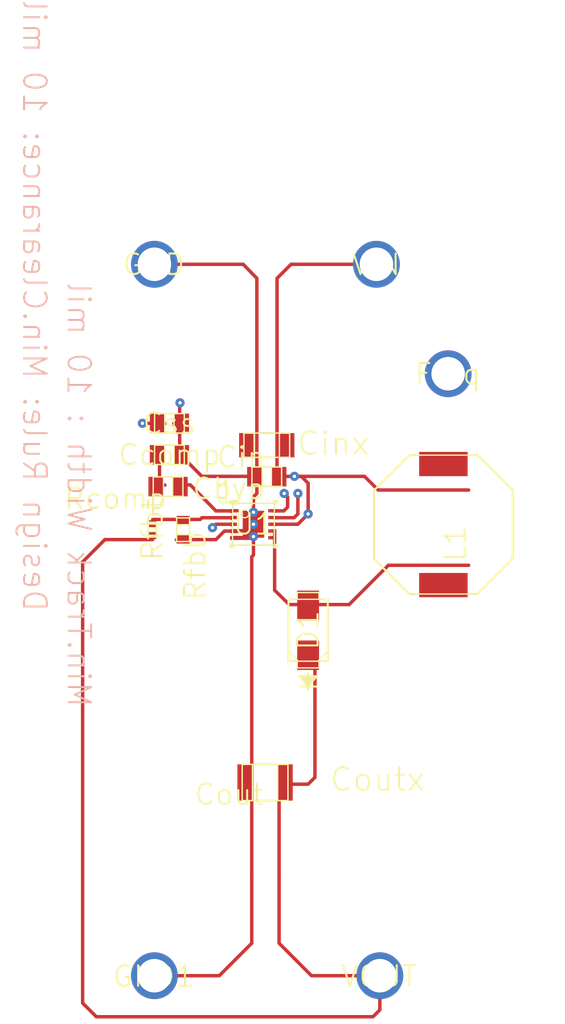
<source format=kicad_pcb>
(kicad_pcb (version 4) (host pcbnew 0.201508140901+6091~28~ubuntu14.04.1-product)

  (general
    (links 27)
    (no_connects 8)
    (area 173.850299 3.607651 215.861901 79.727402)
    (thickness 1.6)
    (drawings 13)
    (tracks 125)
    (zones 0)
    (modules 16)
    (nets 10)
  )

  (page A4)
  (layers
    (0 TOP signal)
    (1 BOTTOM signal)
    (2 INTERNAL1 signal)
    (3 INTERNAL2 signal)
    (4 INTERNAL3 signal)
    (5 INTERNAL4 signal)
    (6 INTERNAL5 signal)
    (7 INTERNAL6 signal)
    (8 INTERNAL7 signal)
    (31 INTERNAL8 signal)
    (32 B.Adhes user)
    (33 F.Adhes user)
    (34 B.Paste user)
    (35 F.Paste user)
    (36 B.SilkS user)
    (37 F.SilkS user)
    (38 B.Mask user)
    (39 F.Mask user)
    (40 Dwgs.User user)
    (41 Cmts.User user)
    (42 Eco1.User user)
    (43 Eco2.User user)
    (44 Edge.Cuts user)
    (45 Margin user)
    (46 B.CrtYd user)
    (47 F.CrtYd user)
    (48 B.Fab user)
    (49 F.Fab user)
  )

  (setup
    (last_trace_width 0.25)
    (trace_clearance 0.2)
    (zone_clearance 0.508)
    (zone_45_only no)
    (trace_min 0.2)
    (segment_width 0.2)
    (edge_width 0.15)
    (via_size 0.6)
    (via_drill 0.4)
    (via_min_size 0.4)
    (via_min_drill 0.254)
    (uvia_size 0.3)
    (uvia_drill 0.1)
    (uvias_allowed no)
    (uvia_min_size 0.2)
    (uvia_min_drill 0.1)
    (pcb_text_width 0.3)
    (pcb_text_size 1.5 1.5)
    (mod_edge_width 0.15)
    (mod_text_size 1 1)
    (mod_text_width 0.15)
    (pad_size 1.524 1.524)
    (pad_drill 0.762)
    (pad_to_mask_clearance 0.2)
    (aux_axis_origin 0 0)
    (visible_elements FFFFFF7F)
    (pcbplotparams
      (layerselection 0x00030_80000001)
      (usegerberextensions false)
      (excludeedgelayer true)
      (linewidth 0.076200)
      (plotframeref false)
      (viasonmask false)
      (mode 1)
      (useauxorigin false)
      (hpglpennumber 1)
      (hpglpenspeed 20)
      (hpglpendiameter 15)
      (hpglpenoverlay 2)
      (psnegative false)
      (psa4output false)
      (plotreference true)
      (plotvalue true)
      (plotinvisibletext false)
      (padsonsilk false)
      (subtractmaskfromsilk false)
      (outputformat 1)
      (mirror false)
      (drillshape 1)
      (scaleselection 1)
      (outputdirectory ""))
  )

  (net 0 "")
  (net 1 2)
  (net 2 0)
  (net 3 4)
  (net 4 1)
  (net 5 6)
  (net 6 10)
  (net 7 7)
  (net 8 5)
  (net 9 11)

  (net_class Default "This is the default net class."
    (clearance 0.2)
    (trace_width 0.25)
    (via_dia 0.6)
    (via_drill 0.4)
    (uvia_dia 0.3)
    (uvia_drill 0.1)
    (add_net 0)
    (add_net 1)
    (add_net 10)
    (add_net 11)
    (add_net 2)
    (add_net 4)
    (add_net 5)
    (add_net 6)
    (add_net 7)
  )

  (module SMA (layer TOP) (tedit 0) (tstamp 563282FF)
    (at 196.7611 50.3936 90)
    (fp_text reference D1 (at 0 0 90) (layer F.SilkS)
      (effects (font (thickness 0.15)))
    )
    (fp_text value "" (at 0 0 90) (layer F.SilkS)
      (effects (font (thickness 0.15)))
    )
    (fp_line (start -2.2987 0.8128) (end -2.2987 -0.8128) (layer F.SilkS) (width 0))
    (fp_line (start -2.2987 -0.8128) (end -2.794 -0.8128) (layer F.SilkS) (width 0))
    (fp_line (start -2.794 -0.8128) (end -2.794 0.8128) (layer F.SilkS) (width 0))
    (fp_line (start -2.794 0.8128) (end -2.2987 0.8128) (layer F.SilkS) (width 0))
    (fp_line (start 2.2987 -0.8128) (end 2.2987 0.8128) (layer F.SilkS) (width 0))
    (fp_line (start 2.2987 0.8128) (end 2.794 0.8128) (layer F.SilkS) (width 0))
    (fp_line (start 2.794 0.8128) (end 2.794 -0.8128) (layer F.SilkS) (width 0))
    (fp_line (start 2.794 -0.8128) (end 2.2987 -0.8128) (layer F.SilkS) (width 0))
    (fp_line (start 2.2987 -1.1455) (end 2.2987 -1.4605) (layer F.SilkS) (width 0.1524))
    (fp_line (start -2.2987 1.1455) (end -2.2987 1.4605) (layer F.SilkS) (width 0.1524))
    (fp_line (start -2.2987 -0.7302) (end -1.5684 -1.4605) (layer F.SilkS) (width 0))
    (fp_line (start -2.2987 0.7302) (end -1.5684 1.4605) (layer F.SilkS) (width 0))
    (fp_line (start -3.1623 0) (end -4.4323 0) (layer F.SilkS) (width 0))
    (fp_line (start -4.1783 -0.635) (end -4.1783 0.635) (layer F.SilkS) (width 0))
    (fp_line (start -4.1783 0) (end -3.4163 -0.635) (layer F.SilkS) (width 0))
    (fp_line (start -4.1783 0) (end -3.4163 -0.508) (layer F.SilkS) (width 0))
    (fp_line (start -4.1783 0) (end -3.4163 -0.381) (layer F.SilkS) (width 0))
    (fp_line (start -4.1783 0) (end -3.4163 -0.254) (layer F.SilkS) (width 0))
    (fp_line (start -4.1783 0) (end -3.4163 -0.127) (layer F.SilkS) (width 0))
    (fp_line (start -4.1783 0) (end -3.4163 0.635) (layer F.SilkS) (width 0))
    (fp_line (start -4.1783 0) (end -3.4163 0.508) (layer F.SilkS) (width 0))
    (fp_line (start -4.1783 0) (end -3.4163 0.381) (layer F.SilkS) (width 0))
    (fp_line (start -4.1783 0) (end -3.4163 0.254) (layer F.SilkS) (width 0))
    (fp_line (start -4.1783 0) (end -3.4163 0.127) (layer F.SilkS) (width 0))
    (fp_line (start -3.4163 -0.635) (end -3.4163 0.635) (layer F.SilkS) (width 0))
    (fp_line (start -3.2791 0) (end -4.4323 0) (layer F.SilkS) (width 0.1524))
    (fp_line (start -4.1783 -0.635) (end -4.1783 0.635) (layer F.SilkS) (width 0.1524))
    (fp_line (start -4.1783 0) (end -3.4163 -0.635) (layer F.SilkS) (width 0.1524))
    (fp_line (start -4.1783 0) (end -3.4163 -0.508) (layer F.SilkS) (width 0.1524))
    (fp_line (start -4.1783 0) (end -3.4163 -0.381) (layer F.SilkS) (width 0.1524))
    (fp_line (start -4.1783 0) (end -3.4163 -0.254) (layer F.SilkS) (width 0.1524))
    (fp_line (start -4.1783 0) (end -3.4163 -0.127) (layer F.SilkS) (width 0.1524))
    (fp_line (start -4.1783 0) (end -3.4163 0.635) (layer F.SilkS) (width 0.1524))
    (fp_line (start -4.1783 0) (end -3.4163 0.508) (layer F.SilkS) (width 0.1524))
    (fp_line (start -4.1783 0) (end -3.4163 0.381) (layer F.SilkS) (width 0.1524))
    (fp_line (start -4.1783 0) (end -3.4163 0.254) (layer F.SilkS) (width 0.1524))
    (fp_line (start -4.1783 0) (end -3.4163 0.127) (layer F.SilkS) (width 0.1524))
    (fp_line (start -3.4163 -0.635) (end -3.4163 0.635) (layer F.SilkS) (width 0.1524))
    (fp_line (start -2.2987 1.4605) (end 2.2987 1.4605) (layer F.SilkS) (width 0.1524))
    (fp_line (start 2.2987 1.4605) (end 2.2987 1.1455) (layer F.SilkS) (width 0.1524))
    (fp_line (start 2.2987 -1.4605) (end -2.2987 -1.4605) (layer F.SilkS) (width 0.1524))
    (fp_line (start -2.2987 -1.4605) (end -2.2987 -1.1455) (layer F.SilkS) (width 0.1524))
    (fp_line (start -2.2987 1.4605) (end 2.2987 1.4605) (layer F.SilkS) (width 0))
    (fp_line (start 2.2987 1.4605) (end 2.2987 -1.4605) (layer F.SilkS) (width 0))
    (fp_line (start 2.2987 -1.4605) (end -2.2987 -1.4605) (layer F.SilkS) (width 0))
    (fp_line (start -2.2987 -1.4605) (end -2.2987 1.4605) (layer F.SilkS) (width 0))
    (pad 1 smd rect (at -1.8542 0 90) (size 2.1844 1.6256) (layers TOP F.Paste F.Mask)
      (net 1 2))
    (pad 2 smd rect (at 1.8542 0 90) (size 2.1844 1.6256) (layers TOP F.Paste F.Mask)
      (net 3 4))
  )

  (module SRU1048 (layer TOP) (tedit 0) (tstamp 56328332)
    (at 206.8195 42.545 270)
    (fp_text reference L1 (at 0 0 270) (layer F.SilkS)
      (effects (font (thickness 0.15)) (justify right top))
    )
    (fp_text value "" (at 0 0 270) (layer F.SilkS)
      (effects (font (thickness 0.15)) (justify right top))
    )
    (fp_line (start 5.1562 2.1361) (end 5.1562 2.54) (layer F.SilkS) (width 0.1524))
    (fp_line (start -5.1562 -2.1361) (end -5.1562 -2.54) (layer F.SilkS) (width 0.1524))
    (fp_line (start -2.54 -5.1562) (end 2.54 -5.1562) (layer F.SilkS) (width 0.1524))
    (fp_line (start 2.54 -5.1562) (end 5.1562 -2.54) (layer F.SilkS) (width 0.1524))
    (fp_line (start 5.1562 -2.54) (end 5.1562 -2.1361) (layer F.SilkS) (width 0.1524))
    (fp_line (start 5.1562 2.54) (end 2.54 5.1562) (layer F.SilkS) (width 0.1524))
    (fp_line (start 2.54 5.1562) (end -2.54 5.1562) (layer F.SilkS) (width 0.1524))
    (fp_line (start -2.54 5.1562) (end -5.1562 2.54) (layer F.SilkS) (width 0.1524))
    (fp_line (start -5.1562 2.54) (end -5.1562 2.1361) (layer F.SilkS) (width 0.1524))
    (fp_line (start -5.1562 -2.54) (end -2.54 -5.1562) (layer F.SilkS) (width 0.1524))
    (fp_line (start -2.54 -5.1562) (end 2.54 -5.1562) (layer F.SilkS) (width 0))
    (fp_line (start 2.54 -5.1562) (end 5.1562 -2.54) (layer F.SilkS) (width 0))
    (fp_line (start 5.1562 -2.54) (end 5.1562 2.54) (layer F.SilkS) (width 0))
    (fp_line (start 5.1562 2.54) (end 2.54 5.1562) (layer F.SilkS) (width 0))
    (fp_line (start 2.54 5.1562) (end -2.54 5.1562) (layer F.SilkS) (width 0))
    (fp_line (start -2.54 5.1562) (end -5.1562 2.54) (layer F.SilkS) (width 0))
    (fp_line (start -5.1562 2.54) (end -5.1562 -2.54) (layer F.SilkS) (width 0))
    (fp_line (start -5.1562 -2.54) (end -2.54 -5.1562) (layer F.SilkS) (width 0))
    (pad 1 smd rect (at -4.4958 0 270) (size 1.8034 3.6068) (layers TOP F.Paste F.Mask)
      (net 4 1))
    (pad 2 smd rect (at 4.4958 0 270) (size 1.8034 3.6068) (layers TOP F.Paste F.Mask)
      (net 3 4))
  )

  (module 0402 (layer TOP) (tedit 0) (tstamp 56328349)
    (at 185.1787 42.926 90)
    (fp_text reference Rfbt (at 0 0 90) (layer F.SilkS)
      (effects (font (thickness 0.15)))
    )
    (fp_text value "" (at 0 0 90) (layer F.SilkS)
      (effects (font (thickness 0.15)))
    )
    (fp_line (start -0.1397 0.3048) (end -0.1397 -0.3048) (layer F.SilkS) (width 0))
    (fp_line (start -0.1397 -0.3048) (end -0.5461 -0.3048) (layer F.SilkS) (width 0))
    (fp_line (start -0.5461 -0.3048) (end -0.5461 0.3048) (layer F.SilkS) (width 0))
    (fp_line (start -0.5461 0.3048) (end -0.1397 0.3048) (layer F.SilkS) (width 0))
    (fp_line (start 0.1397 -0.3048) (end 0.1397 0.3048) (layer F.SilkS) (width 0))
    (fp_line (start 0.1397 0.3048) (end 0.5461 0.3048) (layer F.SilkS) (width 0))
    (fp_line (start 0.5461 0.3048) (end 0.5461 -0.3048) (layer F.SilkS) (width 0))
    (fp_line (start 0.5461 -0.3048) (end 0.1397 -0.3048) (layer F.SilkS) (width 0))
    (fp_line (start -0.5461 0.3048) (end 0.5461 0.3048) (layer F.SilkS) (width 0))
    (fp_line (start 0.5461 0.3048) (end 0.5461 -0.3048) (layer F.SilkS) (width 0))
    (fp_line (start 0.5461 -0.3048) (end -0.5461 -0.3048) (layer F.SilkS) (width 0))
    (fp_line (start -0.5461 -0.3048) (end -0.5461 0.3048) (layer F.SilkS) (width 0))
    (pad 1 smd rect (at -0.4191 0 90) (size 0.5588 0.6096) (layers TOP F.Paste F.Mask)
      (net 1 2))
    (pad 2 smd rect (at 0.4191 0 90) (size 0.5588 0.6096) (layers TOP F.Paste F.Mask)
      (net 5 6))
  )

  (module 0805 (layer TOP) (tedit 0) (tstamp 5632835A)
    (at 186.4487 37.3634)
    (fp_text reference Ccomp (at 0 0) (layer F.SilkS)
      (effects (font (thickness 0.15)))
    )
    (fp_text value "" (at 0 0) (layer F.SilkS)
      (effects (font (thickness 0.15)))
    )
    (fp_line (start -0.3429 0.7239) (end -0.3429 -0.7239) (layer F.SilkS) (width 0))
    (fp_line (start -0.3429 -0.7239) (end -1.1049 -0.7239) (layer F.SilkS) (width 0))
    (fp_line (start -1.1049 -0.7239) (end -1.1049 0.7239) (layer F.SilkS) (width 0))
    (fp_line (start -1.1049 0.7239) (end -0.3429 0.7239) (layer F.SilkS) (width 0))
    (fp_line (start 0.3429 -0.7239) (end 0.3429 0.7239) (layer F.SilkS) (width 0))
    (fp_line (start 0.3429 0.7239) (end 1.1049 0.7239) (layer F.SilkS) (width 0))
    (fp_line (start 1.1049 0.7239) (end 1.1049 -0.7239) (layer F.SilkS) (width 0))
    (fp_line (start 1.1049 -0.7239) (end 0.3429 -0.7239) (layer F.SilkS) (width 0))
    (fp_line (start -1.1049 0.7239) (end 1.1049 0.7239) (layer F.SilkS) (width 0))
    (fp_line (start 1.1049 0.7239) (end 1.1049 -0.7239) (layer F.SilkS) (width 0))
    (fp_line (start 1.1049 -0.7239) (end -1.1049 -0.7239) (layer F.SilkS) (width 0))
    (fp_line (start -1.1049 -0.7239) (end -1.1049 0.7239) (layer F.SilkS) (width 0))
    (pad 1 smd rect (at -0.9017 0) (size 1.1176 1.4478) (layers TOP F.Paste F.Mask)
      (net 7 7))
    (pad 2 smd rect (at 0.9017 0) (size 1.1176 1.4478) (layers TOP F.Paste F.Mask)
      (net 2 0))
  )

  (module 0805 (layer TOP) (tedit 0) (tstamp 5632836B)
    (at 186.3471 39.7256 180)
    (fp_text reference Rcomp (at 0 0 180) (layer F.SilkS)
      (effects (font (thickness 0.15)) (justify right top))
    )
    (fp_text value "" (at 0 0 180) (layer F.SilkS)
      (effects (font (thickness 0.15)) (justify right top))
    )
    (fp_line (start -0.3429 0.7239) (end -0.3429 -0.7239) (layer F.SilkS) (width 0))
    (fp_line (start -0.3429 -0.7239) (end -1.1049 -0.7239) (layer F.SilkS) (width 0))
    (fp_line (start -1.1049 -0.7239) (end -1.1049 0.7239) (layer F.SilkS) (width 0))
    (fp_line (start -1.1049 0.7239) (end -0.3429 0.7239) (layer F.SilkS) (width 0))
    (fp_line (start 0.3429 -0.7239) (end 0.3429 0.7239) (layer F.SilkS) (width 0))
    (fp_line (start 0.3429 0.7239) (end 1.1049 0.7239) (layer F.SilkS) (width 0))
    (fp_line (start 1.1049 0.7239) (end 1.1049 -0.7239) (layer F.SilkS) (width 0))
    (fp_line (start 1.1049 -0.7239) (end 0.3429 -0.7239) (layer F.SilkS) (width 0))
    (fp_line (start -1.1049 0.7239) (end 1.1049 0.7239) (layer F.SilkS) (width 0))
    (fp_line (start 1.1049 0.7239) (end 1.1049 -0.7239) (layer F.SilkS) (width 0))
    (fp_line (start 1.1049 -0.7239) (end -1.1049 -0.7239) (layer F.SilkS) (width 0))
    (fp_line (start -1.1049 -0.7239) (end -1.1049 0.7239) (layer F.SilkS) (width 0))
    (pad 1 smd rect (at -0.9017 0 180) (size 1.1176 1.4478) (layers TOP F.Paste F.Mask)
      (net 8 5))
    (pad 2 smd rect (at 0.9017 0 180) (size 1.1176 1.4478) (layers TOP F.Paste F.Mask)
      (net 7 7))
  )

  (module 0805 (layer TOP) (tedit 0) (tstamp 5632837C)
    (at 186.4487 35.0266)
    (fp_text reference Css (at 0 0) (layer F.SilkS)
      (effects (font (thickness 0.15)))
    )
    (fp_text value "" (at 0 0) (layer F.SilkS)
      (effects (font (thickness 0.15)))
    )
    (fp_line (start -0.3429 0.7239) (end -0.3429 -0.7239) (layer F.SilkS) (width 0))
    (fp_line (start -0.3429 -0.7239) (end -1.1049 -0.7239) (layer F.SilkS) (width 0))
    (fp_line (start -1.1049 -0.7239) (end -1.1049 0.7239) (layer F.SilkS) (width 0))
    (fp_line (start -1.1049 0.7239) (end -0.3429 0.7239) (layer F.SilkS) (width 0))
    (fp_line (start 0.3429 -0.7239) (end 0.3429 0.7239) (layer F.SilkS) (width 0))
    (fp_line (start 0.3429 0.7239) (end 1.1049 0.7239) (layer F.SilkS) (width 0))
    (fp_line (start 1.1049 0.7239) (end 1.1049 -0.7239) (layer F.SilkS) (width 0))
    (fp_line (start 1.1049 -0.7239) (end 0.3429 -0.7239) (layer F.SilkS) (width 0))
    (fp_line (start -1.1049 0.7239) (end 1.1049 0.7239) (layer F.SilkS) (width 0))
    (fp_line (start 1.1049 0.7239) (end 1.1049 -0.7239) (layer F.SilkS) (width 0))
    (fp_line (start 1.1049 -0.7239) (end -1.1049 -0.7239) (layer F.SilkS) (width 0))
    (fp_line (start -1.1049 -0.7239) (end -1.1049 0.7239) (layer F.SilkS) (width 0))
    (pad 1 smd rect (at -0.9017 0) (size 1.1176 1.4478) (layers TOP F.Paste F.Mask)
      (net 6 10))
    (pad 2 smd rect (at 0.9017 0) (size 1.1176 1.4478) (layers TOP F.Paste F.Mask)
      (net 2 0))
  )

  (module 0603 (layer TOP) (tedit 0) (tstamp 5632838D)
    (at 187.4647 42.926 270)
    (fp_text reference Rfbb (at 0 0 270) (layer F.SilkS)
      (effects (font (thickness 0.15)) (justify right top))
    )
    (fp_text value "" (at 0 0 270) (layer F.SilkS)
      (effects (font (thickness 0.15)) (justify right top))
    )
    (fp_line (start -0.3683 0.4826) (end -0.3683 -0.4826) (layer F.SilkS) (width 0))
    (fp_line (start -0.3683 -0.4826) (end -0.8763 -0.4826) (layer F.SilkS) (width 0))
    (fp_line (start -0.8763 -0.4826) (end -0.8763 0.4826) (layer F.SilkS) (width 0))
    (fp_line (start -0.8763 0.4826) (end -0.3683 0.4826) (layer F.SilkS) (width 0))
    (fp_line (start 0.3683 -0.4826) (end 0.3683 0.4826) (layer F.SilkS) (width 0))
    (fp_line (start 0.3683 0.4826) (end 0.8763 0.4826) (layer F.SilkS) (width 0))
    (fp_line (start 0.8763 0.4826) (end 0.8763 -0.4826) (layer F.SilkS) (width 0))
    (fp_line (start 0.8763 -0.4826) (end 0.3683 -0.4826) (layer F.SilkS) (width 0))
    (fp_line (start -0.8763 0.4826) (end 0.8763 0.4826) (layer F.SilkS) (width 0))
    (fp_line (start 0.8763 0.4826) (end 0.8763 -0.4826) (layer F.SilkS) (width 0))
    (fp_line (start 0.8763 -0.4826) (end -0.8763 -0.4826) (layer F.SilkS) (width 0))
    (fp_line (start -0.8763 -0.4826) (end -0.8763 0.4826) (layer F.SilkS) (width 0))
    (pad 1 smd rect (at -0.6985 0 270) (size 0.6604 0.9652) (layers TOP F.Paste F.Mask)
      (net 5 6))
    (pad 2 smd rect (at 0.6985 0 270) (size 0.6604 0.9652) (layers TOP F.Paste F.Mask)
      (net 2 0))
  )

  (module DSC0010A (layer TOP) (tedit 0) (tstamp 5632839E)
    (at 192.6971 42.5196)
    (fp_text reference U1 (at 0 0) (layer F.SilkS)
      (effects (font (thickness 0.15)))
    )
    (fp_text value "" (at 0 0) (layer F.SilkS)
      (effects (font (thickness 0.15)))
    )
    (fp_line (start -1.55 1.55) (end -1.55 -1.55) (layer F.SilkS) (width 0.1))
    (fp_line (start -1.55 1.55) (end 1.55 1.55) (layer F.SilkS) (width 0.1))
    (fp_line (start 1.55 1.55) (end 1.55 -1.55) (layer F.SilkS) (width 0.1))
    (fp_line (start -1.55 -1.55) (end 1.55 -1.55) (layer F.SilkS) (width 0.1))
    (fp_line (start -1.7 -1.7) (end -1.15 -1.7) (layer F.SilkS) (width 0.2))
    (fp_line (start -1.7 -1.54) (end -1.7 -1.7) (layer F.SilkS) (width 0.2))
    (fp_line (start 1.7 -1.54) (end 1.7 -1.7) (layer F.SilkS) (width 0.2))
    (fp_line (start 1.54 -1.7) (end 1.7 -1.7) (layer F.SilkS) (width 0.2))
    (fp_line (start 1.54 1.7) (end 1.7 1.7) (layer F.SilkS) (width 0.2))
    (fp_line (start 1.7 1.7) (end 1.7 1.54) (layer F.SilkS) (width 0.2))
    (fp_line (start -1.7 1.7) (end -1.54 1.7) (layer F.SilkS) (width 0.2))
    (fp_line (start -1.7 1.7) (end -1.7 1.54) (layer F.SilkS) (width 0.2))
    (fp_poly (pts (xy 0.733 0.894) (xy 0.733 -0.895) (xy -0.733 -0.895) (xy -0.733 0.894)) (layer F.Paste) (width 0))
    (fp_circle (center -0.638 -0.783) (end -0.338 -0.783) (layer F.SilkS) (width 0.1016))
    (pad 1 smd rect (at -1.4 -1) (size 0.6 0.25) (layers TOP F.Paste F.Mask)
      (net 8 5))
    (pad 2 smd rect (at -1.4 -0.5) (size 0.6 0.25) (layers TOP F.Paste F.Mask)
      (net 5 6))
    (pad 3 smd rect (at -1.4 0) (size 0.6 0.25) (layers TOP F.Paste F.Mask)
      (net 4 1))
    (pad 4 smd rect (at -1.4 0.5) (size 0.6 0.25) (layers TOP F.Paste F.Mask)
      (net 2 0))
    (pad 5 smd rect (at -1.4 1) (size 0.6 0.25) (layers TOP F.Paste F.Mask)
      (net 2 0))
    (pad 6 smd rect (at 1.4 1) (size 0.6 0.25) (layers TOP F.Paste F.Mask)
      (net 3 4))
    (pad 7 smd rect (at 1.4 0.5) (size 0.6 0.25) (layers TOP F.Paste F.Mask)
      (net 3 4))
    (pad 8 smd rect (at 1.4 0) (size 0.6 0.25) (layers TOP F.Paste F.Mask)
      (net 4 1))
    (pad 9 smd rect (at 1.4 -0.5) (size 0.6 0.25) (layers TOP F.Paste F.Mask)
      (net 9 11))
    (pad 10 smd rect (at 1.4 -1) (size 0.6 0.25) (layers TOP F.Paste F.Mask)
      (net 6 10))
    (pad 11 smd rect (at 0 0) (size 1.6 2) (layers TOP F.Paste F.Mask)
      (net 2 0))
  )

  (module 1210 (layer TOP) (tedit 0) (tstamp 563283BA)
    (at 193.5607 61.6966 180)
    (fp_text reference Cout (at 0 0 180) (layer F.SilkS)
      (effects (font (thickness 0.15)) (justify right top))
    )
    (fp_text value "" (at 0 0 180) (layer F.SilkS)
      (effects (font (thickness 0.15)) (justify right top))
    )
    (fp_line (start -0.9398 1.3462) (end -0.9398 -1.3462) (layer F.SilkS) (width 0))
    (fp_line (start -0.9398 -1.3462) (end -1.7018 -1.3462) (layer F.SilkS) (width 0))
    (fp_line (start -1.7018 -1.3462) (end -1.7018 1.3462) (layer F.SilkS) (width 0))
    (fp_line (start -1.7018 1.3462) (end -0.9398 1.3462) (layer F.SilkS) (width 0))
    (fp_line (start 0.9398 -1.3462) (end 0.9398 1.3462) (layer F.SilkS) (width 0))
    (fp_line (start 0.9398 1.3462) (end 1.7018 1.3462) (layer F.SilkS) (width 0))
    (fp_line (start 1.7018 1.3462) (end 1.7018 -1.3462) (layer F.SilkS) (width 0))
    (fp_line (start 1.7018 -1.3462) (end 0.9398 -1.3462) (layer F.SilkS) (width 0))
    (fp_line (start -0.6071 1.3462) (end 0.6071 1.3462) (layer F.SilkS) (width 0.1524))
    (fp_line (start 0.6071 -1.3462) (end -0.6071 -1.3462) (layer F.SilkS) (width 0.1524))
    (fp_line (start -1.7018 1.3462) (end 1.7018 1.3462) (layer F.SilkS) (width 0))
    (fp_line (start 1.7018 1.3462) (end 1.7018 -1.3462) (layer F.SilkS) (width 0))
    (fp_line (start 1.7018 -1.3462) (end -1.7018 -1.3462) (layer F.SilkS) (width 0))
    (fp_line (start -1.7018 -1.3462) (end -1.7018 1.3462) (layer F.SilkS) (width 0))
    (pad 1 smd rect (at -1.4986 0 180) (size 1.1176 2.6924) (layers TOP F.Paste F.Mask)
      (net 1 2))
    (pad 2 smd rect (at 1.4986 0 180) (size 1.1176 2.6924) (layers TOP F.Paste F.Mask)
      (net 2 0))
  )

  (module 0805 (layer TOP) (tedit 0) (tstamp 563283CD)
    (at 193.6877 38.989 180)
    (fp_text reference Cbyp (at 0 0 180) (layer F.SilkS)
      (effects (font (thickness 0.15)) (justify right top))
    )
    (fp_text value "" (at 0 0 180) (layer F.SilkS)
      (effects (font (thickness 0.15)) (justify right top))
    )
    (fp_line (start -0.3429 0.7239) (end -0.3429 -0.7239) (layer F.SilkS) (width 0))
    (fp_line (start -0.3429 -0.7239) (end -1.1049 -0.7239) (layer F.SilkS) (width 0))
    (fp_line (start -1.1049 -0.7239) (end -1.1049 0.7239) (layer F.SilkS) (width 0))
    (fp_line (start -1.1049 0.7239) (end -0.3429 0.7239) (layer F.SilkS) (width 0))
    (fp_line (start 0.3429 -0.7239) (end 0.3429 0.7239) (layer F.SilkS) (width 0))
    (fp_line (start 0.3429 0.7239) (end 1.1049 0.7239) (layer F.SilkS) (width 0))
    (fp_line (start 1.1049 0.7239) (end 1.1049 -0.7239) (layer F.SilkS) (width 0))
    (fp_line (start 1.1049 -0.7239) (end 0.3429 -0.7239) (layer F.SilkS) (width 0))
    (fp_line (start -1.1049 0.7239) (end 1.1049 0.7239) (layer F.SilkS) (width 0))
    (fp_line (start 1.1049 0.7239) (end 1.1049 -0.7239) (layer F.SilkS) (width 0))
    (fp_line (start 1.1049 -0.7239) (end -1.1049 -0.7239) (layer F.SilkS) (width 0))
    (fp_line (start -1.1049 -0.7239) (end -1.1049 0.7239) (layer F.SilkS) (width 0))
    (pad 1 smd rect (at -0.9017 0 180) (size 1.1176 1.4478) (layers TOP F.Paste F.Mask)
      (net 4 1))
    (pad 2 smd rect (at 0.9017 0 180) (size 1.1176 1.4478) (layers TOP F.Paste F.Mask)
      (net 2 0))
  )

  (module TP-1502 (layer TOP) (tedit 0) (tstamp 563283DE)
    (at 201.8157 23.241)
    (fp_text reference VIN (at 0 0) (layer F.SilkS)
      (effects (font (thickness 0.15)))
    )
    (fp_text value "" (at 0 0) (layer F.SilkS)
      (effects (font (thickness 0.15)))
    )
    (pad 1 thru_hole circle (at 0 0) (size 1.3208 1.3208) (drill 0.8128) (layers *.Cu *.Mask)
      (net 4 1))
  )

  (module TP-1502 (layer TOP) (tedit 0) (tstamp 563283E2)
    (at 185.2803 23.241)
    (fp_text reference GND (at 0 0) (layer F.SilkS)
      (effects (font (thickness 0.15)))
    )
    (fp_text value "" (at 0 0) (layer F.SilkS)
      (effects (font (thickness 0.15)))
    )
    (pad 1 thru_hole circle (at 0 0) (size 1.3208 1.3208) (drill 0.8128) (layers *.Cu *.Mask)
      (net 2 0))
  )

  (module TP-1502 (layer TOP) (tedit 0) (tstamp 563283E6)
    (at 185.2803 76.0984)
    (fp_text reference GND1 (at 0 0) (layer F.SilkS)
      (effects (font (thickness 0.15)))
    )
    (fp_text value "" (at 0 0) (layer F.SilkS)
      (effects (font (thickness 0.15)))
    )
    (pad 1 thru_hole circle (at 0 0) (size 1.3208 1.3208) (drill 0.8128) (layers *.Cu *.Mask)
      (net 2 0))
  )

  (module TP-1502 (layer TOP) (tedit 0) (tstamp 563283EA)
    (at 202.0443 76.0984)
    (fp_text reference VOUT (at 0 0) (layer F.SilkS)
      (effects (font (thickness 0.15)))
    )
    (fp_text value "" (at 0 0) (layer F.SilkS)
      (effects (font (thickness 0.15)))
    )
    (pad 1 thru_hole circle (at 0 0) (size 1.3208 1.3208) (drill 0.8128) (layers *.Cu *.Mask)
      (net 1 2))
  )

  (module 1206 (layer TOP) (tedit 0) (tstamp 563283EE)
    (at 193.6877 36.6522 180)
    (fp_text reference Cin (at 0 0 180) (layer F.SilkS)
      (effects (font (thickness 0.15)) (justify right top))
    )
    (fp_text value "" (at 0 0 180) (layer F.SilkS)
      (effects (font (thickness 0.15)) (justify right top))
    )
    (fp_line (start -0.9398 0.9017) (end -0.9398 -0.9017) (layer F.SilkS) (width 0))
    (fp_line (start -0.9398 -0.9017) (end -1.7018 -0.9017) (layer F.SilkS) (width 0))
    (fp_line (start -1.7018 -0.9017) (end -1.7018 0.9017) (layer F.SilkS) (width 0))
    (fp_line (start -1.7018 0.9017) (end -0.9398 0.9017) (layer F.SilkS) (width 0))
    (fp_line (start 0.9398 -0.9017) (end 0.9398 0.9017) (layer F.SilkS) (width 0))
    (fp_line (start 0.9398 0.9017) (end 1.7018 0.9017) (layer F.SilkS) (width 0))
    (fp_line (start 1.7018 0.9017) (end 1.7018 -0.9017) (layer F.SilkS) (width 0))
    (fp_line (start 1.7018 -0.9017) (end 0.9398 -0.9017) (layer F.SilkS) (width 0))
    (fp_line (start -0.6071 0.9017) (end 0.6071 0.9017) (layer F.SilkS) (width 0.1524))
    (fp_line (start 0.6071 -0.9017) (end -0.6071 -0.9017) (layer F.SilkS) (width 0.1524))
    (fp_line (start -1.7018 0.9017) (end 1.7018 0.9017) (layer F.SilkS) (width 0))
    (fp_line (start 1.7018 0.9017) (end 1.7018 -0.9017) (layer F.SilkS) (width 0))
    (fp_line (start 1.7018 -0.9017) (end -1.7018 -0.9017) (layer F.SilkS) (width 0))
    (fp_line (start -1.7018 -0.9017) (end -1.7018 0.9017) (layer F.SilkS) (width 0))
    (pad 1 smd rect (at -1.4986 0 180) (size 1.1176 1.8034) (layers TOP F.Paste F.Mask)
      (net 4 1))
    (pad 2 smd rect (at 1.4986 0 180) (size 1.1176 1.8034) (layers TOP F.Paste F.Mask)
      (net 2 0))
  )

  (module TP-1502 (layer TOP) (tedit 0) (tstamp 56328401)
    (at 207.1497 31.369)
    (fp_text reference Freq (at 0 0) (layer F.SilkS)
      (effects (font (thickness 0.15)))
    )
    (fp_text value "" (at 0 0) (layer F.SilkS)
      (effects (font (thickness 0.15)))
    )
    (pad 1 thru_hole circle (at 0 0) (size 1.3208 1.3208) (drill 0.8128) (layers *.Cu *.Mask)
      (net 9 11))
  )

  (gr_line (start 173.9011 79.6036) (end 173.9011 18.6436) (layer Cmts.User) (width 0.0254) (tstamp 4316628))
  (gr_line (start 173.9011 79.6036) (end 173.9011 18.6436) (layer Cmts.User) (width 0.1016) (tstamp 4316F18))
  (gr_line (start 173.9011 18.6436) (end 215.8111 18.6436) (layer Cmts.User) (width 0.0254) (tstamp 4317808))
  (gr_line (start 173.9011 18.6436) (end 215.8111 18.6436) (layer Cmts.User) (width 0.1016) (tstamp 42C3EE8))
  (gr_line (start 215.8111 18.6436) (end 215.8111 79.6036) (layer Cmts.User) (width 0.0254) (tstamp 42C47D8))
  (gr_line (start 215.8111 18.6436) (end 215.8111 79.6036) (layer Cmts.User) (width 0.1016) (tstamp 42C50C8))
  (gr_line (start 215.8111 79.6036) (end 173.9011 79.6036) (layer Cmts.User) (width 0.0254) (tstamp 42FADF8))
  (gr_line (start 215.8111 79.6036) (end 173.9011 79.6036) (layer Cmts.User) (width 0.1016) (tstamp 42FB6E8))
  (gr_text Cinx (at 195.8467 37.5158) (layer F.SilkS) (tstamp 42FBFD8)
    (effects (font (size 1.6891 1.6891) (thickness 0.14224)) (justify left bottom))
  )
  (gr_text Coutx (at 198.2851 62.4586) (layer F.SilkS) (tstamp 426BD78)
    (effects (font (size 1.6891 1.6891) (thickness 0.14224)) (justify left bottom))
  )
  (gr_text 1 (at 189.7761 41.1226) (layer F.SilkS) (tstamp 426C568)
    (effects (font (size 1.6891 1.6891) (thickness 0.14224)) (justify left bottom))
  )
  (gr_text "Design Rule: Min.Clearance: 10 mil" (at 175.4251 49.1236 270) (layer B.SilkS) (tstamp 426CD58)
    (effects (font (size 1.6891 1.6891) (thickness 0.14224)) (justify left bottom mirror))
  )
  (gr_text "Min.Track Width : 10 mil" (at 178.7271 56.2356 270) (layer B.SilkS) (tstamp 426D698)
    (effects (font (size 1.6891 1.6891) (thickness 0.14224)) (justify left bottom mirror))
  )

  (segment (start 186.9567 43.6753) (end 187.9981 43.6753) (width 0.254) (layer TOP) (net 0) (tstamp 48E90C8))
  (segment (start 186.9567 42.1767) (end 187.9981 42.1767) (width 0.254) (layer TOP) (net 0) (tstamp 4921488))
  (segment (start 194.6021 73.6346) (end 194.6021 68.5546) (width 0.254) (layer TOP) (net 1) (tstamp 48CCF48))
  (segment (start 197.0151 76.0476) (end 202.0951 76.0476) (width 0.254) (layer TOP) (net 1) (tstamp 48CD838))
  (segment (start 181.6481 43.6626) (end 185.2041 43.6626) (width 0.254) (layer TOP) (net 1) (tstamp 48CE128))
  (segment (start 179.9971 45.3136) (end 181.6481 43.6626) (width 0.254) (layer TOP) (net 1) (tstamp 48CEA18))
  (segment (start 179.9971 78.0796) (end 179.9971 45.3136) (width 0.254) (layer TOP) (net 1) (tstamp 48CF308))
  (segment (start 179.9971 78.0796) (end 181.0131 79.0956) (width 0.254) (layer TOP) (net 1) (tstamp 48CFBF8))
  (segment (start 194.6021 73.6346) (end 197.0151 76.0476) (width 0.254) (layer TOP) (net 1) (tstamp 48D04E8))
  (segment (start 181.0131 79.0956) (end 201.5871 79.0956) (width 0.254) (layer TOP) (net 1) (tstamp 48D0DD8))
  (segment (start 201.5871 79.0956) (end 202.0951 78.5876) (width 0.254) (layer TOP) (net 1) (tstamp 48D16C8))
  (segment (start 202.0951 78.5876) (end 202.0951 76.0476) (width 0.254) (layer TOP) (net 1) (tstamp 48D1FB8))
  (segment (start 194.6021 61.8236) (end 196.7611 61.8236) (width 0.254) (layer TOP) (net 1) (tstamp 48D28A8))
  (segment (start 196.7611 61.8236) (end 197.2691 61.3156) (width 0.254) (layer TOP) (net 1) (tstamp 48D3198))
  (segment (start 197.2691 61.3156) (end 197.2691 52.8066) (width 0.254) (layer TOP) (net 1) (tstamp 48D3A88))
  (segment (start 194.6021 68.5546) (end 194.6021 61.8236) (width 0.254) (layer TOP) (net 1) (tstamp 48D4378))
  (via micro (at 202.0951 76.0476) (size 3.4798) (drill 2.4892) (layers TOP INTERNAL8) (net 1) (tstamp 48D79D8))
  (segment (start 192.5701 73.6346) (end 192.5701 68.5546) (width 0.254) (layer TOP) (net 2) (tstamp 48D9688))
  (segment (start 188.8617 38.9636) (end 192.9511 38.9636) (width 0.254) (layer TOP) (net 2) (tstamp 48D9F78))
  (segment (start 192.9511 38.9636) (end 192.9511 36.6776) (width 0.254) (layer TOP) (net 2) (tstamp 48DA868))
  (segment (start 192.9511 36.6776) (end 192.9511 34.3916) (width 0.254) (layer TOP) (net 2) (tstamp 48DB158))
  (segment (start 192.9511 40.2336) (end 192.9511 38.9636) (width 0.254) (layer TOP) (net 2) (tstamp 48DBA48))
  (segment (start 185.3311 23.2156) (end 191.9351 23.2156) (width 0.254) (layer TOP) (net 2) (tstamp 48DC338))
  (segment (start 191.9351 23.2156) (end 192.9511 24.257) (width 0.254) (layer TOP) (net 2) (tstamp 48DCC28))
  (segment (start 192.9511 34.3916) (end 192.9511 24.257) (width 0.254) (layer TOP) (net 2) (tstamp 48DD518))
  (segment (start 192.6971 40.4876) (end 192.9511 40.2336) (width 0.254) (layer TOP) (net 2) (tstamp 48DDE08))
  (segment (start 192.6971 41.6306) (end 192.6971 40.4876) (width 0.254) (layer TOP) (net 2) (tstamp 48DE6F8))
  (segment (start 189.9031 43.6626) (end 190.5381 43.0276) (width 0.254) (layer TOP) (net 2) (tstamp 48DEFE8))
  (segment (start 187.4901 43.6626) (end 189.9031 43.6626) (width 0.254) (layer TOP) (net 2) (tstamp 48DF8D8))
  (segment (start 185.3311 76.0476) (end 190.1571 76.0476) (width 0.254) (layer TOP) (net 2) (tstamp 48E01C8))
  (segment (start 187.2107 37.3126) (end 188.8617 38.9636) (width 0.254) (layer TOP) (net 2) (tstamp 48E0AB8))
  (segment (start 187.2107 35.0266) (end 187.2107 33.528) (width 0.254) (layer TOP) (net 2) (tstamp 48E13A8))
  (segment (start 187.2107 37.3126) (end 187.2107 35.0266) (width 0.254) (layer TOP) (net 2) (tstamp 48E1C98))
  (segment (start 192.5955 43.5356) (end 192.6971 43.434) (width 0.3048) (layer TOP) (net 2) (tstamp 48E2588))
  (segment (start 192.2653 43.0276) (end 192.6971 43.434) (width 0.3048) (layer TOP) (net 2) (tstamp 48E2E78))
  (segment (start 191.0969 43.5356) (end 192.5955 43.5356) (width 0.3048) (layer TOP) (net 2) (tstamp 48E3768))
  (segment (start 191.0969 43.0276) (end 192.2653 43.0276) (width 0.3048) (layer TOP) (net 2) (tstamp 48E4058))
  (segment (start 190.5381 43.0276) (end 191.0969 43.0276) (width 0.254) (layer TOP) (net 2) (tstamp 48E4948))
  (segment (start 190.1571 76.0476) (end 192.5701 73.6346) (width 0.254) (layer TOP) (net 2) (tstamp 48E5238))
  (segment (start 192.5701 44.9326) (end 192.6971 44.8056) (width 0.254) (layer TOP) (net 2) (tstamp 48E5B28))
  (segment (start 192.6971 44.8056) (end 192.6971 43.434) (width 0.254) (layer TOP) (net 2) (tstamp 48E6418))
  (segment (start 192.5701 68.5546) (end 192.5701 61.8236) (width 0.254) (layer TOP) (net 2) (tstamp 48E6D08))
  (segment (start 192.5701 61.8236) (end 192.5701 44.9326) (width 0.254) (layer TOP) (net 2) (tstamp 48E75F8))
  (segment (start 191.0842 43.5102) (end 191.0842 43.5864) (width 0.254) (layer TOP) (net 2) (tstamp 48E7EE8))
  (segment (start 191.0842 43.0022) (end 191.0842 43.0784) (width 0.254) (layer TOP) (net 2) (tstamp 48E87D8))
  (segment (start 187.198 37.846) (end 187.198 36.8046) (width 0.254) (layer TOP) (net 2) (tstamp 48E99B8))
  (segment (start 186.7789 35.0393) (end 187.6171 35.0393) (width 0.254) (layer TOP) (net 2) (tstamp 48EA2A8))
  (via micro (at 192.6971 41.6306) (size 0.6858) (drill 0.254) (layers TOP INTERNAL8) (net 2) (tstamp 48FB8B8))
  (via micro (at 192.6971 42.5196) (size 0.6858) (drill 0.254) (layers TOP INTERNAL8) (net 2) (tstamp 48FC1A8))
  (via micro (at 192.6971 43.434) (size 0.6858) (drill 0.254) (layers TOP INTERNAL8) (net 2) (tstamp 48FCA98))
  (via micro (at 187.2361 33.5026) (size 0.6858) (drill 0.254) (layers TOP INTERNAL8) (net 2) (tstamp 48FD388))
  (via micro (at 185.3311 23.2156) (size 3.4798) (drill 2.4892) (layers TOP INTERNAL8) (net 2) (tstamp 48FDC78))
  (via micro (at 185.3311 76.0476) (size 3.4798) (drill 2.4892) (layers TOP INTERNAL8) (net 2) (tstamp 48FE568))
  (segment (start 194.2719 43.5356) (end 194.2719 43.0276) (width 0.254) (layer TOP) (net 3) (tstamp 4901F68))
  (segment (start 202.7301 45.5676) (end 208.6991 45.5676) (width 0.254) (layer TOP) (net 3) (tstamp 4902858))
  (segment (start 199.8091 48.4886) (end 202.7301 45.5676) (width 0.254) (layer TOP) (net 3) (tstamp 4903148))
  (segment (start 197.2691 48.4886) (end 199.8091 48.4886) (width 0.254) (layer TOP) (net 3) (tstamp 4903A38))
  (segment (start 195.3641 48.4886) (end 197.2691 48.4886) (width 0.254) (layer TOP) (net 3) (tstamp 4904328))
  (segment (start 194.2719 47.4218) (end 195.3641 48.4886) (width 0.254) (layer TOP) (net 3) (tstamp 4904C18))
  (segment (start 194.2719 47.4218) (end 194.2719 43.5356) (width 0.254) (layer TOP) (net 3) (tstamp 4905508))
  (segment (start 194.2592 43.0022) (end 194.2592 43.0784) (width 0.254) (layer TOP) (net 3) (tstamp 4905DF8))
  (segment (start 194.2592 43.5102) (end 194.2592 43.5864) (width 0.254) (layer TOP) (net 3) (tstamp 49066E8))
  (segment (start 195.4911 23.2156) (end 201.8411 23.2156) (width 0.254) (layer TOP) (net 4) (tstamp 4909AE8))
  (segment (start 194.4497 24.257) (end 195.4911 23.2156) (width 0.254) (layer TOP) (net 4) (tstamp 490A3D8))
  (segment (start 194.4497 34.3916) (end 194.4497 24.257) (width 0.254) (layer TOP) (net 4) (tstamp 490ACC8))
  (segment (start 194.4497 36.6776) (end 194.4497 34.3916) (width 0.254) (layer TOP) (net 4) (tstamp 490B5B8))
  (segment (start 194.4497 38.9636) (end 194.4497 36.6776) (width 0.254) (layer TOP) (net 4) (tstamp 490BEA8))
  (segment (start 201.9681 39.9796) (end 208.6991 39.9796) (width 0.254) (layer TOP) (net 4) (tstamp 490C798))
  (segment (start 200.9521 38.9636) (end 201.9681 39.9796) (width 0.254) (layer TOP) (net 4) (tstamp 490D088))
  (segment (start 189.9031 42.5196) (end 191.0969 42.5196) (width 0.254) (layer TOP) (net 4) (tstamp 490D978))
  (segment (start 189.6491 42.7736) (end 189.9031 42.5196) (width 0.254) (layer TOP) (net 4) (tstamp 490E288))
  (segment (start 194.2719 42.5196) (end 195.9991 42.5196) (width 0.254) (layer TOP) (net 4) (tstamp 490EB78))
  (segment (start 195.9991 42.5196) (end 196.7611 41.7576) (width 0.254) (layer TOP) (net 4) (tstamp 490F468))
  (segment (start 195.7451 38.9636) (end 196.2531 38.9636) (width 0.254) (layer TOP) (net 4) (tstamp 490FD58))
  (segment (start 196.2531 38.9636) (end 196.7611 39.4716) (width 0.254) (layer TOP) (net 4) (tstamp 4910648))
  (segment (start 196.7611 41.7576) (end 196.7611 39.4716) (width 0.254) (layer TOP) (net 4) (tstamp 4910F38))
  (segment (start 194.4497 38.9636) (end 200.9521 38.9636) (width 0.254) (layer TOP) (net 4) (tstamp 4911828))
  (segment (start 194.2592 42.4942) (end 194.2592 42.5704) (width 0.254) (layer TOP) (net 4) (tstamp 4912118))
  (segment (start 191.0842 42.4942) (end 191.0842 42.5704) (width 0.254) (layer TOP) (net 4) (tstamp 4912A08))
  (segment (start 189.6491 42.7736) (end 189.6491 40.2336) (width 0.254) (layer BOTTOM) (net 4) (tstamp 4917258))
  (segment (start 196.7611 41.7576) (end 196.7611 41.2496) (width 0.254) (layer BOTTOM) (net 4) (tstamp 4917B48))
  (segment (start 194.7291 40.9956) (end 196.5071 40.9956) (width 0.254) (layer BOTTOM) (net 4) (tstamp 4918438))
  (segment (start 196.5071 40.9956) (end 196.7611 41.2496) (width 0.254) (layer BOTTOM) (net 4) (tstamp 4918D28))
  (segment (start 189.6491 40.2336) (end 190.1571 39.7256) (width 0.254) (layer BOTTOM) (net 4) (tstamp 4919618))
  (segment (start 190.1571 39.7256) (end 193.4591 39.7256) (width 0.254) (layer BOTTOM) (net 4) (tstamp 4919F08))
  (segment (start 193.4591 39.7256) (end 194.7291 40.9956) (width 0.254) (layer BOTTOM) (net 4) (tstamp 491A7F8))
  (via micro (at 189.6491 42.7736) (size 0.6858) (drill 0.254) (layers TOP INTERNAL8) (net 4) (tstamp 491B0E8))
  (via micro (at 195.7451 38.9636) (size 0.6858) (drill 0.254) (layers TOP INTERNAL8) (net 4) (tstamp 491B9D8))
  (via micro (at 196.7611 41.7576) (size 0.6858) (drill 0.254) (layers TOP INTERNAL8) (net 4) (tstamp 491C2C8))
  (via micro (at 201.8411 23.2156) (size 3.4798) (drill 2.4892) (layers TOP INTERNAL8) (net 4) (tstamp 491CBB8))
  (segment (start 188.7347 42.164) (end 188.8617 42.037) (width 0.254) (layer TOP) (net 5) (tstamp 491F0C8))
  (segment (start 185.2041 42.164) (end 188.7347 42.164) (width 0.254) (layer TOP) (net 5) (tstamp 491F9B8))
  (segment (start 188.8617 42.037) (end 191.0969 42.037) (width 0.254) (layer TOP) (net 5) (tstamp 49202A8))
  (segment (start 191.0842 42.0116) (end 191.0842 42.0878) (width 0.254) (layer TOP) (net 5) (tstamp 4920B98))
  (segment (start 184.4421 35.0266) (end 185.7121 35.0266) (width 0.254) (layer TOP) (net 6) (tstamp 4924328))
  (segment (start 194.2719 41.529) (end 194.9577 41.529) (width 0.254) (layer TOP) (net 6) (tstamp 4924C18))
  (segment (start 194.9577 41.529) (end 195.2371 41.2496) (width 0.254) (layer TOP) (net 6) (tstamp 4925508))
  (segment (start 195.2371 41.2496) (end 195.2371 40.4876) (width 0.254) (layer TOP) (net 6) (tstamp 4925DF8))
  (segment (start 194.9831 40.2336) (end 195.2371 40.4876) (width 0.254) (layer TOP) (net 6) (tstamp 49266E8))
  (segment (start 194.2592 41.5036) (end 194.2592 41.5798) (width 0.254) (layer TOP) (net 6) (tstamp 4926FD8))
  (segment (start 185.2803 35.0393) (end 186.1185 35.0393) (width 0.254) (layer TOP) (net 6) (tstamp 49278C8))
  (segment (start 194.9831 40.2336) (end 194.9831 35.6616) (width 0.254) (layer BOTTOM) (net 6) (tstamp 49281B8))
  (segment (start 194.3481 35.0266) (end 194.9831 35.6616) (width 0.254) (layer BOTTOM) (net 6) (tstamp 4928AA8))
  (segment (start 184.4421 35.0266) (end 194.3481 35.0266) (width 0.254) (layer BOTTOM) (net 6) (tstamp 4929398))
  (via micro (at 184.4421 35.0266) (size 0.6858) (drill 0.254) (layers TOP INTERNAL8) (net 6) (tstamp 4929C88))
  (via micro (at 194.9831 40.2336) (size 0.6858) (drill 0.254) (layers TOP INTERNAL8) (net 6) (tstamp 492A578))
  (segment (start 185.7121 39.5986) (end 185.7121 37.3126) (width 0.254) (layer TOP) (net 7) (tstamp 492B9C8))
  (segment (start 185.2803 39.6113) (end 186.1185 39.6113) (width 0.254) (layer TOP) (net 7) (tstamp 492C2B8))
  (segment (start 185.6994 37.846) (end 185.6994 36.8046) (width 0.254) (layer TOP) (net 7) (tstamp 492CBA8))
  (segment (start 189.9031 41.529) (end 191.0969 41.529) (width 0.254) (layer TOP) (net 8) (tstamp 492DFF8))
  (segment (start 187.9981 39.5986) (end 189.9031 41.529) (width 0.254) (layer TOP) (net 8) (tstamp 492E8E8))
  (segment (start 187.2107 39.5986) (end 187.9981 39.5986) (width 0.254) (layer TOP) (net 8) (tstamp 492F1D8))
  (segment (start 191.0842 41.5036) (end 191.0842 41.5798) (width 0.254) (layer TOP) (net 8) (tstamp 492FAC8))
  (segment (start 186.7789 39.6113) (end 187.6171 39.6113) (width 0.254) (layer TOP) (net 8) (tstamp 49303B8))
  (segment (start 194.2719 42.037) (end 195.7197 42.037) (width 0.254) (layer TOP) (net 9) (tstamp 4931808))
  (segment (start 195.7197 42.037) (end 195.9991 41.7576) (width 0.254) (layer TOP) (net 9) (tstamp 49320F8))
  (segment (start 195.9991 41.7576) (end 195.9991 40.2336) (width 0.254) (layer TOP) (net 9) (tstamp 49329E8))
  (segment (start 194.2592 42.0116) (end 194.2592 42.0878) (width 0.254) (layer TOP) (net 9) (tstamp 49332D8))
  (segment (start 195.9991 40.2336) (end 196.5071 39.7256) (width 0.254) (layer BOTTOM) (net 9) (tstamp 4933BC8))
  (segment (start 206.1591 30.3276) (end 207.1751 31.3436) (width 0.254) (layer BOTTOM) (net 9) (tstamp 49344B8))
  (segment (start 196.5071 39.7256) (end 196.5071 30.8356) (width 0.254) (layer BOTTOM) (net 9) (tstamp 4934DA8))
  (segment (start 196.5071 30.8356) (end 197.0151 30.3276) (width 0.254) (layer BOTTOM) (net 9) (tstamp 4935698))
  (segment (start 197.0151 30.3276) (end 206.1591 30.3276) (width 0.254) (layer BOTTOM) (net 9) (tstamp 4935F88))
  (via micro (at 195.9991 40.2336) (size 0.6858) (drill 0.254) (layers TOP INTERNAL8) (net 9) (tstamp 4936878))
  (via micro (at 207.1751 31.3436) (size 3.4798) (drill 2.4892) (layers TOP INTERNAL8) (net 9) (tstamp 4937168))

  (zone (net 1) (net_name 2) (layer TOP) (tstamp 48D4C68) (hatch edge 0.508)
    (connect_pads (clearance 0.254))
    (min_thickness 0)
    (fill (arc_segments 32) (thermal_gap 0.508) (thermal_bridge_width 0.508))
    (polygon
      (pts
        (xy 184.4929 44.2722) (xy 184.4929 43.0784) (xy 185.8899 43.0784) (xy 185.8899 44.2722)
      )
    )
  )
  (zone (net 1) (net_name 2) (layer TOP) (tstamp 48D6288) (hatch edge 0.508)
    (priority 3)
    (connect_pads (clearance 0.254))
    (min_thickness 0)
    (fill (arc_segments 32) (thermal_gap 0.508) (thermal_bridge_width 0.508))
    (polygon
      (pts
        (xy 204.3811 78.3336) (xy 204.3811 50.6476) (xy 193.7131 50.6476) (xy 193.7131 78.3336)
      )
    )
  )
  (zone (net 2) (net_name 0) (layer TOP) (tstamp 48EAB98) (hatch edge 0.508)
    (priority 4)
    (connect_pads (clearance 0.254))
    (min_thickness 0)
    (fill (arc_segments 32) (thermal_gap 0.508) (thermal_bridge_width 0.508))
    (polygon
      (pts
        (xy 193.4591 41.2496) (xy 193.1543 41.2496) (xy 193.1543 40.9702) (xy 192.8495 40.9702) (xy 192.8495 41.2496)
        (xy 192.5447 41.2496) (xy 192.5447 40.9702) (xy 192.2399 40.9702) (xy 192.2399 41.2496) (xy 191.9351 41.2496)
        (xy 191.9351 43.7896) (xy 192.2399 43.7896) (xy 192.2399 44.069) (xy 192.5701 44.069) (xy 192.5701 43.7896)
        (xy 192.8749 43.7896) (xy 192.8749 44.069) (xy 193.1543 44.069) (xy 193.1543 43.7896) (xy 193.4591 43.7896)
      )
    )
  )
  (zone (net 2) (net_name 0) (layer TOP) (tstamp 48F05E8) (hatch edge 0.508)
    (priority 4)
    (connect_pads (clearance 0.254))
    (min_thickness 0)
    (fill (arc_segments 32) (thermal_gap 0.508) (thermal_bridge_width 0.508))
    (polygon
      (pts
        (xy 192.3415 35.1028) (xy 192.3415 33.7058) (xy 193.5353 33.7058) (xy 193.5353 35.1028)
      )
    )
  )
  (zone (net 2) (net_name 0) (layer TOP) (tstamp 48F1D38) (hatch edge 0.508)
    (priority 5)
    (connect_pads (clearance 0.254))
    (min_thickness 0)
    (fill (arc_segments 32) (thermal_gap 0.508) (thermal_bridge_width 0.508))
    (polygon
      (pts
        (xy 193.4591 78.3336) (xy 193.4591 20.6756) (xy 181.5211 20.6756) (xy 181.5211 32.6136) (xy 188.3791 32.6136)
        (xy 188.3791 37.6936) (xy 191.9351 37.6936) (xy 191.9351 45.3136) (xy 181.5211 45.3136) (xy 181.5211 78.3336)
      )
    )
  )
  (zone (net 2) (net_name 0) (layer BOTTOM) (tstamp 48F4DA8) (hatch edge 0.508)
    (priority 5)
    (connect_pads (clearance 0.254))
    (min_thickness 0)
    (fill (arc_segments 32) (thermal_gap 0.508) (thermal_bridge_width 0.508))
    (polygon
      (pts
        (xy 175.6791 20.6756) (xy 215.0491 20.6756) (xy 215.0491 29.3116) (xy 195.9991 29.3116) (xy 195.9991 34.3916)
        (xy 183.5531 34.3916) (xy 183.5531 35.6616) (xy 194.4751 35.6616) (xy 194.4751 39.2176) (xy 189.1411 39.2176)
        (xy 189.1411 43.5356) (xy 190.1571 43.5356) (xy 190.1571 40.2336) (xy 193.4591 40.2336) (xy 193.4591 41.5036)
        (xy 195.2371 41.5036) (xy 195.2371 42.7736) (xy 197.2691 42.7736) (xy 197.2691 31.0896) (xy 204.6351 31.0896)
        (xy 204.6351 33.8836) (xy 215.0491 33.8836) (xy 215.0491 78.3336) (xy 175.6791 78.3336)
      )
    )
  )
  (zone (net 3) (net_name 4) (layer TOP) (tstamp 4906FD8) (hatch edge 0.508)
    (priority 2)
    (connect_pads (clearance 0.254))
    (min_thickness 0)
    (fill (arc_segments 32) (thermal_gap 0.508) (thermal_bridge_width 0.508))
    (polygon
      (pts
        (xy 193.7131 50.1396) (xy 215.0491 50.1396) (xy 215.0491 42.9006) (xy 193.7131 42.9006)
      )
    )
  )
  (zone (net 4) (net_name 1) (layer TOP) (tstamp 49132F8) (hatch edge 0.508)
    (priority 2)
    (connect_pads (clearance 0.254))
    (min_thickness 0)
    (fill (arc_segments 32) (thermal_gap 0.508) (thermal_bridge_width 0.508))
    (polygon
      (pts
        (xy 193.8401 35.1028) (xy 193.8401 33.7058) (xy 195.0339 33.7058) (xy 195.0339 35.1028)
      )
    )
  )
  (zone (net 4) (net_name 1) (layer TOP) (tstamp 4914A48) (hatch edge 0.508)
    (priority 3)
    (connect_pads (clearance 0.254))
    (min_thickness 0)
    (fill (arc_segments 32) (thermal_gap 0.508) (thermal_bridge_width 0.508))
    (polygon
      (pts
        (xy 197.2691 42.2656) (xy 215.0491 42.2656) (xy 215.0491 34.8996) (xy 204.3811 34.8996) (xy 204.3811 20.6756)
        (xy 193.9671 20.6756) (xy 193.9671 39.7256) (xy 197.2691 39.7256)
      )
    )
  )
  (zone (net 5) (net_name 6) (layer TOP) (tstamp 4921D78) (hatch edge 0.508)
    (connect_pads (clearance 0.254))
    (min_thickness 0)
    (fill (arc_segments 32) (thermal_gap 0.508) (thermal_bridge_width 0.508))
    (polygon
      (pts
        (xy 184.4929 42.7736) (xy 184.4929 41.5798) (xy 185.8899 41.5798) (xy 185.8899 42.7736)
      )
    )
  )
)

</source>
